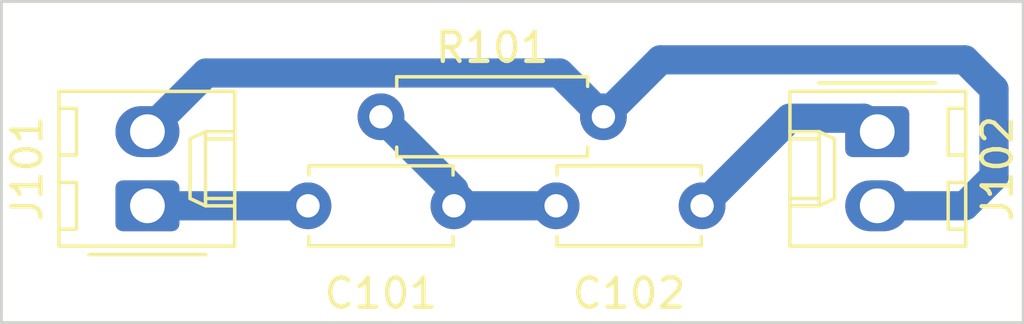
<source format=kicad_pcb>
(kicad_pcb (version 20211014) (generator pcbnew)
  (title_block (title "Filter B"))
  (layers (0 "F.Cu" signal) (31 "B.Cu" signal) (34 "B.Paste" user) (35 "F.Paste" user) (36 "B.SilkS" user "B.Silkscreen") (37 "F.SilkS" user "F.Silkscreen") (38 "B.Mask" user) (39 "F.Mask" user) (44 "Edge.Cuts" user))
  (net 0 "")
  (net 1 "Net-(C101-Pad2)")
  (net 2 "GND")
  (net 3 "/Filter B/IN")
  (net 4 "/Filter B/OUT")
  (footprint "Connector_Molex:Molex_KK-254_AE-6410-02A_1x02_P2.54mm_Vertical" (layer "F.Cu") (at 138 93 90)
    (fp_text reference "J101" (at 1.27 -4.12 90) (layer "F.SilkS"))
    (fp_text value "IN")
    (fp_line (start 3.92 -3.03) (end -1.38 -3.03) (layer "F.SilkS") (width 0.12))
    (fp_line (start -0.8 -2.43) (end 0.8 -2.43) (layer "F.SilkS") (width 0.12))
    (fp_line (start 0.8 -2.43) (end 0.8 -3.03) (layer "F.SilkS") (width 0.12))
    (fp_line (start -1.38 -3.03) (end -1.38 2.99) (layer "F.SilkS") (width 0.12))
    (fp_line (start -1.38 2.99) (end 3.92 2.99) (layer "F.SilkS") (width 0.12))
    (fp_line (start -1.67 -2) (end -1.67 2) (layer "F.SilkS") (width 0.12))
    (fp_line (start 0 2.99) (end 0 1.99) (layer "F.SilkS") (width 0.12))
    (fp_line (start -0.8 -3.03) (end -0.8 -2.43) (layer "F.SilkS") (width 0.12))
    (fp_line (start 2.29 1.46) (end 2.54 1.99) (layer "F.SilkS") (width 0.12))
    (fp_line (start 0.25 1.46) (end 2.29 1.46) (layer "F.SilkS") (width 0.12))
    (fp_line (start 0 1.99) (end 0.25 1.46) (layer "F.SilkS") (width 0.12))
    (fp_line (start 1.74 -3.03) (end 1.74 -2.43) (layer "F.SilkS") (width 0.12))
    (fp_line (start 3.92 2.99) (end 3.92 -3.03) (layer "F.SilkS") (width 0.12))
    (fp_line (start 2.29 2.99) (end 2.29 1.99) (layer "F.SilkS") (width 0.12))
    (fp_line (start 0 1.99) (end 2.54 1.99) (layer "F.SilkS") (width 0.12))
    (fp_line (start 2.54 1.99) (end 2.54 2.99) (layer "F.SilkS") (width 0.12))
    (fp_line (start 1.74 -2.43) (end 3.34 -2.43) (layer "F.SilkS") (width 0.12))
    (fp_line (start 0.25 2.99) (end 0.25 1.99) (layer "F.SilkS") (width 0.12))
    (fp_line (start 3.34 -2.43) (end 3.34 -3.03) (layer "F.SilkS") (width 0.12))
    (pad "1" thru_hole roundrect (at 0 0 90) (size 1.74 2.19) (drill 1.19) (layers *.Cu *.Mask) (roundrect_rratio 0.143678) (net 3 "/Filter B/IN"))
    (pad "2" thru_hole oval (at 2.54 0 90) (size 1.74 2.19) (drill 1.19) (layers *.Cu *.Mask) (net 2 "GND"))
  )
  (footprint "Connector_Molex:Molex_KK-254_AE-6410-02A_1x02_P2.54mm_Vertical" (layer "F.Cu") (at 163 90.46 -90)
    (fp_text reference "J102" (at 1.27 -4.12 90) (layer "F.SilkS"))
    (fp_text value "OUT")
    (fp_line (start 2.29 2.99) (end 2.29 1.99) (layer "F.SilkS") (width 0.12))
    (fp_line (start -0.8 -3.03) (end -0.8 -2.43) (layer "F.SilkS") (width 0.12))
    (fp_line (start 1.74 -2.43) (end 3.34 -2.43) (layer "F.SilkS") (width 0.12))
    (fp_line (start 2.29 1.46) (end 2.54 1.99) (layer "F.SilkS") (width 0.12))
    (fp_line (start 0.25 1.46) (end 2.29 1.46) (layer "F.SilkS") (width 0.12))
    (fp_line (start 3.92 2.99) (end 3.92 -3.03) (layer "F.SilkS") (width 0.12))
    (fp_line (start 0.25 2.99) (end 0.25 1.99) (layer "F.SilkS") (width 0.12))
    (fp_line (start 1.74 -3.03) (end 1.74 -2.43) (layer "F.SilkS") (width 0.12))
    (fp_line (start 0.8 -2.43) (end 0.8 -3.03) (layer "F.SilkS") (width 0.12))
    (fp_line (start 0 2.99) (end 0 1.99) (layer "F.SilkS") (width 0.12))
    (fp_line (start 3.92 -3.03) (end -1.38 -3.03) (layer "F.SilkS") (width 0.12))
    (fp_line (start -0.8 -2.43) (end 0.8 -2.43) (layer "F.SilkS") (width 0.12))
    (fp_line (start -1.38 -3.03) (end -1.38 2.99) (layer "F.SilkS") (width 0.12))
    (fp_line (start 2.54 1.99) (end 2.54 2.99) (layer "F.SilkS") (width 0.12))
    (fp_line (start -1.38 2.99) (end 3.92 2.99) (layer "F.SilkS") (width 0.12))
    (fp_line (start 3.34 -2.43) (end 3.34 -3.03) (layer "F.SilkS") (width 0.12))
    (fp_line (start -1.67 -2) (end -1.67 2) (layer "F.SilkS") (width 0.12))
    (fp_line (start 0 1.99) (end 0.25 1.46) (layer "F.SilkS") (width 0.12))
    (fp_line (start 0 1.99) (end 2.54 1.99) (layer "F.SilkS") (width 0.12))
    (pad "1" thru_hole roundrect (at 0 0 270) (size 1.74 2.19) (drill 1.19) (layers *.Cu *.Mask) (roundrect_rratio 0.143678) (net 4 "/Filter B/OUT"))
    (pad "2" thru_hole oval (at 2.54 0 270) (size 1.74 2.19) (drill 1.19) (layers *.Cu *.Mask) (net 2 "GND"))
  )
  (footprint "Capacitor_THT:C_Disc_D4.7mm_W2.5mm_P5.00mm" (layer "F.Cu") (at 152 93)
    (fp_text reference "C102" (at 2.5 3) (layer "F.SilkS"))
    (fp_text value "100nF")
    (fp_line (start 0.03 1.37) (end 4.97 1.37) (layer "F.SilkS") (width 0.12))
    (fp_line (start 4.97 -1.37) (end 4.97 -1.055) (layer "F.SilkS") (width 0.12))
    (fp_line (start 4.97 1.055) (end 4.97 1.37) (layer "F.SilkS") (width 0.12))
    (fp_line (start 0.03 1.055) (end 0.03 1.37) (layer "F.SilkS") (width 0.12))
    (fp_line (start 0.03 -1.37) (end 0.03 -1.055) (layer "F.SilkS") (width 0.12))
    (fp_line (start 0.03 -1.37) (end 4.97 -1.37) (layer "F.SilkS") (width 0.12))
    (pad "1" thru_hole circle (at 0 0) (size 1.6 1.6) (drill 0.8) (layers *.Cu *.Mask) (net 1 "Net-(C101-Pad2)"))
    (pad "2" thru_hole circle (at 5 0) (size 1.6 1.6) (drill 0.8) (layers *.Cu *.Mask) (net 4 "/Filter B/OUT"))
  )
  (footprint "Capacitor_THT:C_Disc_D4.7mm_W2.5mm_P5.00mm" (layer "F.Cu") (at 143.5 93)
    (fp_text reference "C101" (at 2.5 3) (layer "F.SilkS"))
    (fp_text value "100nF")
    (fp_line (start 0.03 1.055) (end 0.03 1.37) (layer "F.SilkS") (width 0.12))
    (fp_line (start 0.03 -1.37) (end 0.03 -1.055) (layer "F.SilkS") (width 0.12))
    (fp_line (start 4.97 1.055) (end 4.97 1.37) (layer "F.SilkS") (width 0.12))
    (fp_line (start 4.97 -1.37) (end 4.97 -1.055) (layer "F.SilkS") (width 0.12))
    (fp_line (start 0.03 1.37) (end 4.97 1.37) (layer "F.SilkS") (width 0.12))
    (fp_line (start 0.03 -1.37) (end 4.97 -1.37) (layer "F.SilkS") (width 0.12))
    (pad "1" thru_hole circle (at 0 0) (size 1.6 1.6) (drill 0.8) (layers *.Cu *.Mask) (net 3 "/Filter B/IN"))
    (pad "2" thru_hole circle (at 5 0) (size 1.6 1.6) (drill 0.8) (layers *.Cu *.Mask) (net 1 "Net-(C101-Pad2)"))
  )
  (footprint "Resistor_THT:R_Axial_DIN0207_L6.3mm_D2.5mm_P7.62mm_Horizontal" (layer "F.Cu") (at 146 89.95)
    (fp_text reference "R101" (at 3.81 -2.37) (layer "F.SilkS"))
    (fp_text value "1k")
    (fp_line (start 0.54 1.04) (end 0.54 1.37) (layer "F.SilkS") (width 0.12))
    (fp_line (start 0.54 -1.37) (end 7.08 -1.37) (layer "F.SilkS") (width 0.12))
    (fp_line (start 7.08 1.37) (end 7.08 1.04) (layer "F.SilkS") (width 0.12))
    (fp_line (start 0.54 1.37) (end 7.08 1.37) (layer "F.SilkS") (width 0.12))
    (fp_line (start 7.08 -1.37) (end 7.08 -1.04) (layer "F.SilkS") (width 0.12))
    (fp_line (start 0.54 -1.04) (end 0.54 -1.37) (layer "F.SilkS") (width 0.12))
    (pad "1" thru_hole circle (at 0 0) (size 1.6 1.6) (drill 0.8) (layers *.Cu *.Mask) (net 1 "Net-(C101-Pad2)"))
    (pad "2" thru_hole oval (at 7.62 0) (size 1.6 1.6) (drill 0.8) (layers *.Cu *.Mask) (net 2 "GND"))
  )
  (gr_rect (start 168 97) (end 133 86) (layer "Edge.Cuts") (width 0.1) (fill none))
  (segment (start 148.5 93) (end 148.5 92.45) (width 1) (layer "B.Cu") (net 1))
  (segment (start 148.5 93) (end 152 93) (width 1) (layer "B.Cu") (net 1))
  (segment (start 148.5 92.45) (end 146 89.95) (width 1) (layer "B.Cu") (net 1))
  (segment (start 155.57 88) (end 166 88) (width 1) (layer "B.Cu") (net 2))
  (segment (start 166 93) (end 163 93) (width 1) (layer "B.Cu") (net 2))
  (segment (start 167 92) (end 166 93) (width 1) (layer "B.Cu") (net 2))
  (segment (start 152.12 88.45) (end 153.62 89.95) (width 1) (layer "B.Cu") (net 2))
  (segment (start 138 90.46) (end 140.01 88.45) (width 1) (layer "B.Cu") (net 2))
  (segment (start 166 88) (end 167 89) (width 1) (layer "B.Cu") (net 2))
  (segment (start 140.01 88.45) (end 152.12 88.45) (width 1) (layer "B.Cu") (net 2))
  (segment (start 167 89) (end 167 92) (width 1) (layer "B.Cu") (net 2))
  (segment (start 153.62 89.95) (end 155.57 88) (width 1) (layer "B.Cu") (net 2))
  (segment (start 138 93) (end 143.5 93) (width 1) (layer "B.Cu") (net 3))
  (segment (start 157 93) (end 160 90) (width 1) (layer "B.Cu") (net 4))
  (segment (start 160 90) (end 162.54 90) (width 1) (layer "B.Cu") (net 4))
  (segment (start 162.54 90) (end 163 90.46) (width 1) (layer "B.Cu") (net 4))
)
</source>
